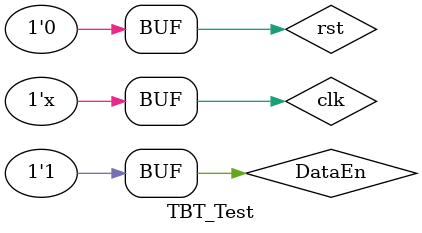
<source format=v>
`timescale 1ns / 1ps


module TBT_Test();

    parameter W = 8;
    reg clk, rst;
    reg DataEn;
    reg [W-1:0] DataIn;
    wire [W-1:0] DataOut;
    wire DataTR;
    wire DataOutEn;

    initial
    begin
        clk <= 0;
        rst <= 0;
        DataEn <= 0;
        #6 
        rst <= 1;
        #8
        rst <= 0;
        #8
        DataEn <= 1;
    end

    always @(posedge clk)
    begin
        if(rst == 1)
            DataIn <= 0;
        else
            DataIn <= DataIn + 3;
    end

    always #2 clk = ~clk;

    TBT utt(
        .clk(clk),
        .rst(rst),
        .DataEn(DataEn),
        .DataIn(DataIn),
        .DataOut(DataOut),
        .DataTR(DataTR),
        .DataOutEn(DataOutEn)
    );



endmodule

</source>
